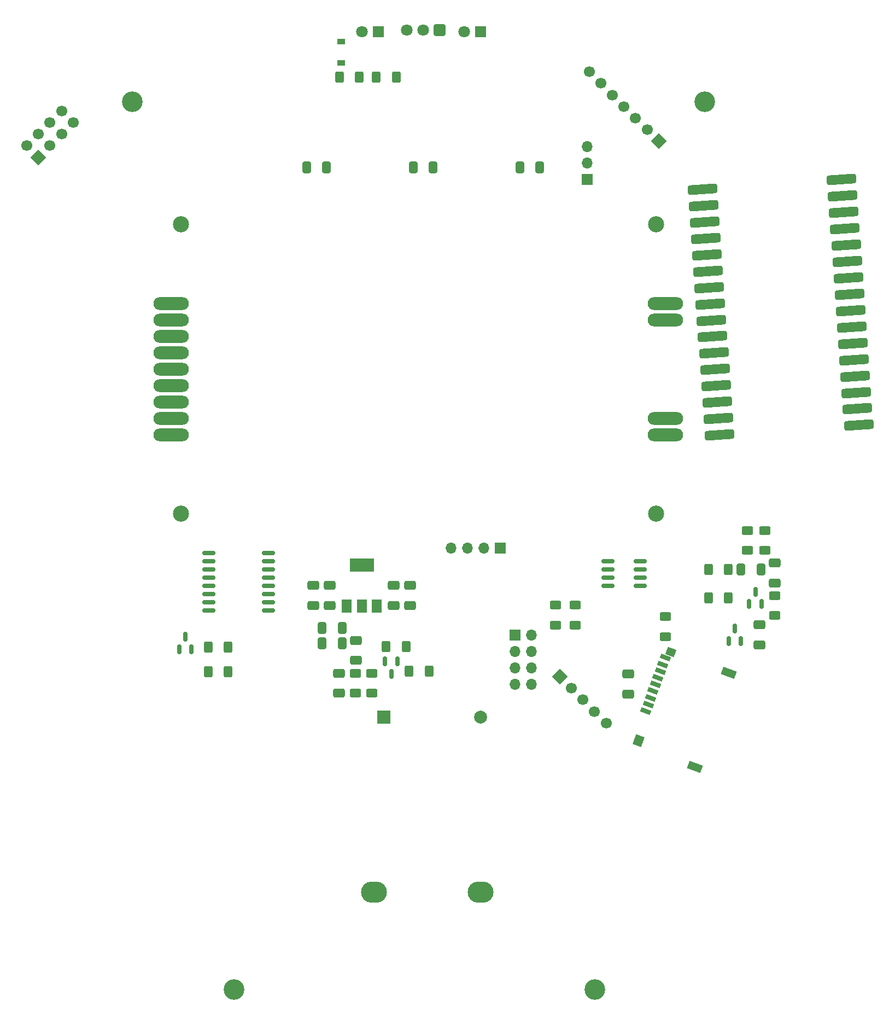
<source format=gbs>
%TF.GenerationSoftware,KiCad,Pcbnew,(6.0.11)*%
%TF.CreationDate,2024-05-07T01:49:41+08:00*%
%TF.ProjectId,badge,62616467-652e-46b6-9963-61645f706362,rev?*%
%TF.SameCoordinates,Original*%
%TF.FileFunction,Soldermask,Bot*%
%TF.FilePolarity,Negative*%
%FSLAX46Y46*%
G04 Gerber Fmt 4.6, Leading zero omitted, Abs format (unit mm)*
G04 Created by KiCad (PCBNEW (6.0.11)) date 2024-05-07 01:49:41*
%MOMM*%
%LPD*%
G01*
G04 APERTURE LIST*
G04 Aperture macros list*
%AMRoundRect*
0 Rectangle with rounded corners*
0 $1 Rounding radius*
0 $2 $3 $4 $5 $6 $7 $8 $9 X,Y pos of 4 corners*
0 Add a 4 corners polygon primitive as box body*
4,1,4,$2,$3,$4,$5,$6,$7,$8,$9,$2,$3,0*
0 Add four circle primitives for the rounded corners*
1,1,$1+$1,$2,$3*
1,1,$1+$1,$4,$5*
1,1,$1+$1,$6,$7*
1,1,$1+$1,$8,$9*
0 Add four rect primitives between the rounded corners*
20,1,$1+$1,$2,$3,$4,$5,0*
20,1,$1+$1,$4,$5,$6,$7,0*
20,1,$1+$1,$6,$7,$8,$9,0*
20,1,$1+$1,$8,$9,$2,$3,0*%
%AMHorizOval*
0 Thick line with rounded ends*
0 $1 width*
0 $2 $3 position (X,Y) of the first rounded end (center of the circle)*
0 $4 $5 position (X,Y) of the second rounded end (center of the circle)*
0 Add line between two ends*
20,1,$1,$2,$3,$4,$5,0*
0 Add two circle primitives to create the rounded ends*
1,1,$1,$2,$3*
1,1,$1,$4,$5*%
%AMRotRect*
0 Rectangle, with rotation*
0 The origin of the aperture is its center*
0 $1 length*
0 $2 width*
0 $3 Rotation angle, in degrees counterclockwise*
0 Add horizontal line*
21,1,$1,$2,0,0,$3*%
G04 Aperture macros list end*
%ADD10RotRect,1.200000X2.200000X250.000000*%
%ADD11RotRect,1.200000X1.400000X250.000000*%
%ADD12RotRect,1.600000X1.400000X250.000000*%
%ADD13RotRect,0.700000X1.600000X250.000000*%
%ADD14C,3.200000*%
%ADD15RotRect,1.700000X1.700000X45.000000*%
%ADD16HorizOval,1.700000X0.000000X0.000000X0.000000X0.000000X0*%
%ADD17RotRect,1.700000X1.700000X225.000000*%
%ADD18HorizOval,1.700000X0.000000X0.000000X0.000000X0.000000X0*%
%ADD19RoundRect,0.250200X0.649800X0.649800X-0.649800X0.649800X-0.649800X-0.649800X0.649800X-0.649800X0*%
%ADD20C,1.800000*%
%ADD21RotRect,1.700000X1.700000X135.000000*%
%ADD22HorizOval,1.700000X0.000000X0.000000X0.000000X0.000000X0*%
%ADD23R,1.700000X1.700000*%
%ADD24O,1.700000X1.700000*%
%ADD25R,1.800000X1.800000*%
%ADD26O,5.500000X2.000000*%
%ADD27C,2.500000*%
%ADD28RoundRect,0.250000X0.650000X-0.412500X0.650000X0.412500X-0.650000X0.412500X-0.650000X-0.412500X0*%
%ADD29R,1.500000X2.000000*%
%ADD30R,3.800000X2.000000*%
%ADD31R,1.200000X0.900000*%
%ADD32RoundRect,0.250000X0.412500X0.650000X-0.412500X0.650000X-0.412500X-0.650000X0.412500X-0.650000X0*%
%ADD33RoundRect,0.250000X0.400000X0.625000X-0.400000X0.625000X-0.400000X-0.625000X0.400000X-0.625000X0*%
%ADD34RoundRect,0.250000X-0.625000X0.400000X-0.625000X-0.400000X0.625000X-0.400000X0.625000X0.400000X0*%
%ADD35RoundRect,0.150000X0.150000X-0.587500X0.150000X0.587500X-0.150000X0.587500X-0.150000X-0.587500X0*%
%ADD36RoundRect,0.150000X0.875000X0.150000X-0.875000X0.150000X-0.875000X-0.150000X0.875000X-0.150000X0*%
%ADD37RoundRect,0.250000X-0.400000X-0.625000X0.400000X-0.625000X0.400000X0.625000X-0.400000X0.625000X0*%
%ADD38RoundRect,0.250000X-0.650000X0.412500X-0.650000X-0.412500X0.650000X-0.412500X0.650000X0.412500X0*%
%ADD39RoundRect,0.250000X0.625000X-0.400000X0.625000X0.400000X-0.625000X0.400000X-0.625000X-0.400000X0*%
%ADD40RoundRect,0.250000X-0.412500X-0.650000X0.412500X-0.650000X0.412500X0.650000X-0.412500X0.650000X0*%
%ADD41RoundRect,0.150000X-0.150000X0.587500X-0.150000X-0.587500X0.150000X-0.587500X0.150000X0.587500X0*%
%ADD42RoundRect,0.375000X1.894152X0.508368X-1.946469X0.239805X-1.894152X-0.508368X1.946469X-0.239805X0*%
%ADD43C,2.000000*%
%ADD44R,2.000000X2.000000*%
%ADD45O,4.000000X3.300000*%
%ADD46RoundRect,0.150000X0.825000X0.150000X-0.825000X0.150000X-0.825000X-0.150000X0.825000X-0.150000X0*%
G04 APERTURE END LIST*
D10*
%TO.C,J3*%
X140483467Y-153830810D03*
D11*
X136763730Y-135982181D03*
D10*
X145784779Y-139265574D03*
D12*
X131770236Y-149701693D03*
D13*
X135900560Y-136891817D03*
X135524338Y-137925479D03*
X135148116Y-138959141D03*
X134771894Y-139992803D03*
X134395672Y-141026465D03*
X134019450Y-142060127D03*
X133643227Y-143093788D03*
X133267005Y-144127450D03*
X132890783Y-145161112D03*
%TD*%
D14*
%TO.C,H3*%
X69088000Y-188214000D03*
%TD*%
D15*
%TO.C,J7*%
X119576033Y-139819833D03*
D16*
X121372084Y-141615884D03*
X123168135Y-143411935D03*
X124964187Y-145207987D03*
X126760238Y-147004038D03*
%TD*%
D17*
%TO.C,J4*%
X134902754Y-56975554D03*
D18*
X133106703Y-55179503D03*
X131310652Y-53383452D03*
X129514600Y-51587400D03*
X127718549Y-49791349D03*
X125922498Y-47995298D03*
X124126447Y-46199247D03*
%TD*%
D19*
%TO.C,U4*%
X100965000Y-39760000D03*
D20*
X98425000Y-39760000D03*
X95885000Y-39760000D03*
%TD*%
D21*
%TO.C,J2*%
X38836878Y-59450889D03*
D22*
X37040827Y-57654838D03*
X40632929Y-57654838D03*
X38836878Y-55858787D03*
X42428981Y-55858787D03*
X40632929Y-54062736D03*
X44225032Y-54062736D03*
X42428981Y-52266684D03*
%TD*%
D14*
%TO.C,H4*%
X124968000Y-188214000D03*
%TD*%
D23*
%TO.C,J5*%
X110363000Y-119913400D03*
D24*
X107823000Y-119913400D03*
X105283000Y-119913400D03*
X102743000Y-119913400D03*
%TD*%
D25*
%TO.C,D14*%
X107320000Y-40040000D03*
D20*
X104780000Y-40040000D03*
%TD*%
D14*
%TO.C,H1*%
X53340000Y-50800000D03*
%TD*%
D23*
%TO.C,J6*%
X112669000Y-133360000D03*
D24*
X115209000Y-133360000D03*
X112669000Y-135900000D03*
X115209000Y-135900000D03*
X112669000Y-138440000D03*
X115209000Y-138440000D03*
X112669000Y-140980000D03*
X115209000Y-140980000D03*
%TD*%
D23*
%TO.C,J1*%
X123825000Y-62850000D03*
D24*
X123825000Y-60310000D03*
X123825000Y-57770000D03*
%TD*%
D25*
%TO.C,D13*%
X91445000Y-40040000D03*
D20*
X88905000Y-40040000D03*
%TD*%
D26*
%TO.C,U5*%
X135900000Y-82066000D03*
X135900000Y-84616000D03*
X135900000Y-99846000D03*
X135900000Y-102386000D03*
X59390000Y-102386000D03*
X59390000Y-99846000D03*
X59390000Y-97306000D03*
X59390000Y-94766000D03*
X59390000Y-92226000D03*
X59390000Y-89686000D03*
X59390000Y-87146000D03*
X59390000Y-84606000D03*
X59390000Y-82066000D03*
D27*
X60890000Y-114626000D03*
X60910000Y-69826000D03*
X134490000Y-114636000D03*
X134510000Y-69836000D03*
%TD*%
D14*
%TO.C,H2*%
X141986000Y-50800000D03*
%TD*%
D28*
%TO.C,C12*%
X93853000Y-128816500D03*
X93853000Y-125691500D03*
%TD*%
D29*
%TO.C,U3*%
X91200000Y-128880000D03*
D30*
X88900000Y-122580000D03*
D29*
X88900000Y-128880000D03*
X86600000Y-128880000D03*
%TD*%
D31*
%TO.C,D12*%
X85725000Y-41530000D03*
X85725000Y-44830000D03*
%TD*%
D32*
%TO.C,C18*%
X85890500Y-134620000D03*
X82765500Y-134620000D03*
%TD*%
D33*
%TO.C,R6*%
X68225000Y-135255000D03*
X65125000Y-135255000D03*
%TD*%
D34*
%TO.C,R24*%
X87884000Y-139293000D03*
X87884000Y-142393000D03*
%TD*%
D33*
%TO.C,R7*%
X94260000Y-46990000D03*
X91160000Y-46990000D03*
%TD*%
D34*
%TO.C,R14*%
X151358600Y-117195000D03*
X151358600Y-120295000D03*
%TD*%
D35*
%TO.C,Q1*%
X62545000Y-135557500D03*
X60645000Y-135557500D03*
X61595000Y-133682500D03*
%TD*%
D34*
%TO.C,R12*%
X118872000Y-128752000D03*
X118872000Y-131852000D03*
%TD*%
D36*
%TO.C,U1*%
X74500000Y-120650000D03*
X74500000Y-121920000D03*
X74500000Y-123190000D03*
X74500000Y-124460000D03*
X74500000Y-125730000D03*
X74500000Y-127000000D03*
X74500000Y-128270000D03*
X74500000Y-129540000D03*
X65200000Y-129540000D03*
X65200000Y-128270000D03*
X65200000Y-127000000D03*
X65200000Y-125730000D03*
X65200000Y-124460000D03*
X65200000Y-123190000D03*
X65200000Y-121920000D03*
X65200000Y-120650000D03*
%TD*%
D37*
%TO.C,R17*%
X142595000Y-123190000D03*
X145695000Y-123190000D03*
%TD*%
D34*
%TO.C,R13*%
X121920000Y-128752000D03*
X121920000Y-131852000D03*
%TD*%
D38*
%TO.C,C17*%
X130175000Y-139407500D03*
X130175000Y-142532500D03*
%TD*%
D28*
%TO.C,C20*%
X152857200Y-125362100D03*
X152857200Y-122237100D03*
%TD*%
%TO.C,C25*%
X150495000Y-134912500D03*
X150495000Y-131787500D03*
%TD*%
D33*
%TO.C,R9*%
X88545000Y-46990000D03*
X85445000Y-46990000D03*
%TD*%
D38*
%TO.C,C8*%
X81407000Y-125691500D03*
X81407000Y-128816500D03*
%TD*%
D33*
%TO.C,R5*%
X68225000Y-139065000D03*
X65125000Y-139065000D03*
%TD*%
D35*
%TO.C,Q5*%
X147635000Y-134287500D03*
X145735000Y-134287500D03*
X146685000Y-132412500D03*
%TD*%
D33*
%TO.C,R26*%
X95784000Y-135128000D03*
X92684000Y-135128000D03*
%TD*%
D32*
%TO.C,C29*%
X85890500Y-132283200D03*
X82765500Y-132283200D03*
%TD*%
D34*
%TO.C,R23*%
X90424000Y-139293000D03*
X90424000Y-142393000D03*
%TD*%
D39*
%TO.C,R18*%
X148590000Y-120295000D03*
X148590000Y-117195000D03*
%TD*%
D35*
%TO.C,Q4*%
X150810000Y-128572500D03*
X148910000Y-128572500D03*
X149860000Y-126697500D03*
%TD*%
D40*
%TO.C,C4*%
X80352500Y-60960000D03*
X83477500Y-60960000D03*
%TD*%
D38*
%TO.C,C23*%
X88011000Y-134200500D03*
X88011000Y-137325500D03*
%TD*%
D28*
%TO.C,C13*%
X96393000Y-128816500D03*
X96393000Y-125691500D03*
%TD*%
D40*
%TO.C,C14*%
X113372500Y-60960000D03*
X116497500Y-60960000D03*
%TD*%
D41*
%TO.C,Q6*%
X92522000Y-137492500D03*
X94422000Y-137492500D03*
X93472000Y-139367500D03*
%TD*%
D37*
%TO.C,R22*%
X142595000Y-127635000D03*
X145695000Y-127635000D03*
%TD*%
D40*
%TO.C,C9*%
X96862500Y-60960000D03*
X99987500Y-60960000D03*
%TD*%
D42*
%TO.C,U2*%
X163205552Y-62903767D03*
X163382733Y-65437580D03*
X163559915Y-67971392D03*
X163737096Y-70505205D03*
X163914277Y-73039018D03*
X164091459Y-75572830D03*
X164268640Y-78106643D03*
X164445822Y-80640456D03*
X164623003Y-83174268D03*
X164800185Y-85708081D03*
X164977366Y-88241894D03*
X165154548Y-90775706D03*
X165331729Y-93309519D03*
X165508910Y-95843332D03*
X165686092Y-98377144D03*
X165863273Y-100910957D03*
X144314960Y-102404392D03*
X144137778Y-99870580D03*
X143960597Y-97336767D03*
X143783415Y-94802954D03*
X143606234Y-92269142D03*
X143429052Y-89735329D03*
X143251871Y-87201516D03*
X143074689Y-84667704D03*
X142897508Y-82133891D03*
X142720327Y-79600078D03*
X142543145Y-77066266D03*
X142365964Y-74532453D03*
X142188782Y-71998640D03*
X142011601Y-69464828D03*
X141834419Y-66931015D03*
X141657238Y-64397202D03*
%TD*%
D38*
%TO.C,C24*%
X85344000Y-139280500D03*
X85344000Y-142405500D03*
%TD*%
D34*
%TO.C,R33*%
X152882600Y-127253400D03*
X152882600Y-130353400D03*
%TD*%
D33*
%TO.C,R25*%
X99340000Y-138938000D03*
X96240000Y-138938000D03*
%TD*%
D43*
%TO.C,BT1*%
X107319000Y-146050000D03*
D44*
X92329000Y-146050000D03*
D45*
X107319000Y-173215000D03*
X90805000Y-173215000D03*
%TD*%
D38*
%TO.C,C10*%
X83947000Y-125691500D03*
X83947000Y-128816500D03*
%TD*%
D40*
%TO.C,C22*%
X147586300Y-123240800D03*
X150711300Y-123240800D03*
%TD*%
D46*
%TO.C,Q3*%
X132015000Y-121920000D03*
X132015000Y-123190000D03*
X132015000Y-124460000D03*
X132015000Y-125730000D03*
X127065000Y-125730000D03*
X127065000Y-124460000D03*
X127065000Y-123190000D03*
X127065000Y-121920000D03*
%TD*%
D34*
%TO.C,R8*%
X135890000Y-130530000D03*
X135890000Y-133630000D03*
%TD*%
M02*

</source>
